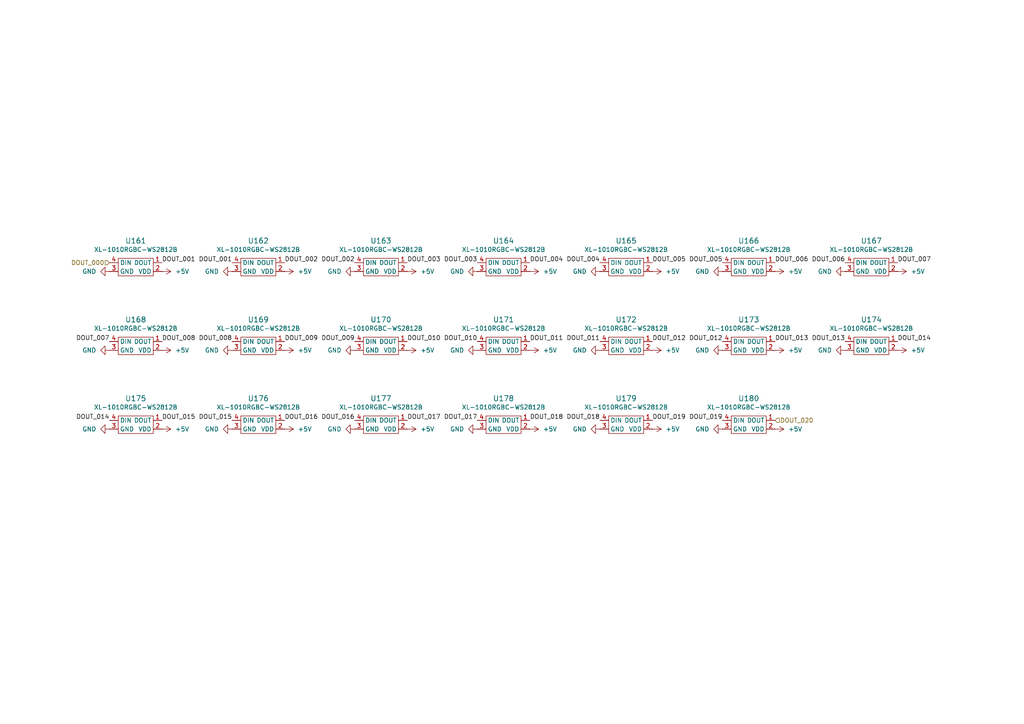
<source format=kicad_sch>
(kicad_sch (version 20250114) (generator "eeschema") (generator_version "9.0")
  (paper "A4")
  (lib_symbols
    (symbol "SK6805-EC10-000:SK6805_EC10-000"
      (property "Reference" "U" (at -2.54 3.556 0))
      (property "Value" "XL-1010RGBC-WS2812B" (at 1.016 -3.81 0))
      (symbol "SK6805_EC10-000_1_1"
        (rectangle (start -5.08 2.54) (end 5.08 -2.54))
        (pin passive line (at -7.62 1.27 0) (length 2.54) (name "DIN") (number "4"))
        (pin passive line (at -7.62 -1.27 0) (length 2.54) (name "GND") (number "3"))
        (pin passive line (at 7.62 1.27 180) (length 2.54) (name "DOUT") (number "1"))
        (pin passive line (at 7.62 -1.27 180) (length 2.54) (name "VDD") (number "2"))
      )
    )
    (symbol "power:+5V" (power) (pin_numbers (hide yes)) (pin_names (offset 0) (hide yes))
      (property "Value" "+5V" (at 0 3.556 0))
      (symbol "+5V_0_1"
        (polyline (pts (xy -0.762 1.27) (xy 0 2.54)))
        (polyline (pts (xy 0 2.54) (xy 0.762 1.27)))
        (polyline (pts (xy 0 0) (xy 0 2.54)))
      )
      (symbol "+5V_1_1"
        (pin power_in line (at 0 0 90) (length 0) (name "~") (number "1"))
      )
    )
    (symbol "power:GND" (power) (pin_numbers (hide yes)) (pin_names (offset 0) (hide yes))
      (property "Value" "GND" (at 0 -3.81 0))
      (symbol "GND_0_1"
        (polyline (pts (xy 0 0) (xy 0 -1.27) (xy 1.27 -1.27) (xy 0 -2.54) (xy -1.27 -1.27) (xy 0 -1.27)))
      )
      (symbol "GND_1_1"
        (pin power_in line (at 0 0 270) (length 0) (name "~") (number "1"))
      )
    )
  )
  (label "DOUT_004" (at 173.99 76.2 180))
  (label "DOUT_014" (at 31.75 121.92 180))
  (label "DOUT_003" (at 138.43 76.2 180))
  (label "DOUT_002" (at 102.87 76.2 180))
  (label "DOUT_010" (at 118.11 99.06 0))
  (label "DOUT_004" (at 153.67 76.2 0))
  (label "DOUT_018" (at 153.67 121.92 0))
  (label "DOUT_001" (at 46.99 76.2 0))
  (label "DOUT_013" (at 245.11 99.06 180))
  (label "DOUT_009" (at 82.55 99.06 0))
  (label "DOUT_019" (at 209.55 121.92 180))
  (label "DOUT_005" (at 209.55 76.2 180))
  (label "DOUT_008" (at 67.31 99.06 180))
  (label "DOUT_002" (at 82.55 76.2 0))
  (label "DOUT_013" (at 224.79 99.06 0))
  (label "DOUT_005" (at 189.23 76.2 0))
  (label "DOUT_007" (at 31.75 99.06 180))
  (label "DOUT_012" (at 209.55 99.06 180))
  (label "DOUT_016" (at 82.55 121.92 0))
  (label "DOUT_001" (at 67.31 76.2 180))
  (label "DOUT_018" (at 173.99 121.92 180))
  (label "DOUT_014" (at 260.35 99.06 0))
  (label "DOUT_003" (at 118.11 76.2 0))
  (label "DOUT_012" (at 189.23 99.06 0))
  (label "DOUT_011" (at 173.99 99.06 180))
  (label "DOUT_017" (at 138.43 121.92 180))
  (label "DOUT_006" (at 245.11 76.2 180))
  (label "DOUT_019" (at 189.23 121.92 0))
  (label "DOUT_008" (at 46.99 99.06 0))
  (label "DOUT_015" (at 67.31 121.92 180))
  (label "DOUT_006" (at 224.79 76.2 0))
  (label "DOUT_010" (at 138.43 99.06 180))
  (label "DOUT_016" (at 102.87 121.92 180))
  (label "DOUT_017" (at 118.11 121.92 0))
  (label "DOUT_011" (at 153.67 99.06 0))
  (label "DOUT_015" (at 46.99 121.92 0))
  (label "DOUT_007" (at 260.35 76.2 0))
  (label "DOUT_009" (at 102.87 99.06 180))
  (hierarchical_label "DOUT_000" (shape input) (at 31.75 76.2 180))
  (hierarchical_label "DOUT_020" (shape input) (at 224.79 121.92 0))
  (symbol (lib_id "power:+5V") (at 189.23 78.74 270) (unit 1)
    (property "Reference" "#PWR698" (effects (hide yes)))
    (property "Value" "+5V" (at 193.04 78.7401 90) (effects (justify left)))
    (property "Description" "Power symbol creates a global label with name \"+5V\"" (effects (hide yes)))
  )
  (symbol (lib_id "SK6805-EC10-000:SK6805_EC10-000") (at 146.05 100.33 0) (unit 1)
    (property "Reference" "U171" (at 146.05 92.71 0) (effects (font (size 1.524 1.524))))
    (property "Value" "XL-1010RGBC-WS2812B" (at 146.05 95.25 0))
    (property "Footprint" "SK6805-EC10-000:SMD-4P,1.1x1.1mm" (effects (hide yes)))
    (property "Datasheet" "4492" (effects (hide yes)))
    (property "LCSC" "C5349953" (effects (hide yes)))
  )
  (symbol (lib_id "power:+5V") (at 153.67 78.74 270) (unit 1)
    (property "Reference" "#PWR686" (effects (hide yes)))
    (property "Value" "+5V" (at 157.48 78.7401 90) (effects (justify left)))
    (property "Description" "Power symbol creates a global label with name \"+5V\"" (effects (hide yes)))
  )
  (symbol (lib_id "power:+5V") (at 82.55 78.74 270) (unit 1)
    (property "Reference" "#PWR662" (effects (hide yes)))
    (property "Value" "+5V" (at 86.36 78.7401 90) (effects (justify left)))
    (property "Description" "Power symbol creates a global label with name \"+5V\"" (effects (hide yes)))
  )
  (symbol (lib_id "power:GND") (at 138.43 124.46 270) (unit 1)
    (property "Reference" "#PWR679" (effects (hide yes)))
    (property "Value" "GND" (at 134.62 124.4599 90) (effects (justify right)))
    (property "Description" "Power symbol creates a global label with name \"GND\" , ground" (effects (hide yes)))
  )
  (symbol (lib_id "power:+5V") (at 153.67 124.46 270) (unit 1)
    (property "Reference" "#PWR688" (effects (hide yes)))
    (property "Value" "+5V" (at 157.48 124.4601 90) (effects (justify left)))
    (property "Description" "Power symbol creates a global label with name \"+5V\"" (effects (hide yes)))
  )
  (symbol (lib_id "SK6805-EC10-000:SK6805_EC10-000") (at 74.93 123.19 0) (unit 1)
    (property "Reference" "U176" (at 74.93 115.57 0) (effects (font (size 1.524 1.524))))
    (property "Value" "XL-1010RGBC-WS2812B" (at 74.93 118.11 0))
    (property "Footprint" "SK6805-EC10-000:SMD-4P,1.1x1.1mm" (effects (hide yes)))
    (property "Datasheet" "4492" (effects (hide yes)))
    (property "LCSC" "C5349953" (effects (hide yes)))
  )
  (symbol (lib_id "power:+5V") (at 224.79 78.74 270) (unit 1)
    (property "Reference" "#PWR710" (effects (hide yes)))
    (property "Value" "+5V" (at 228.6 78.7401 90) (effects (justify left)))
    (property "Description" "Power symbol creates a global label with name \"+5V\"" (effects (hide yes)))
  )
  (symbol (lib_id "power:GND") (at 245.11 78.74 270) (unit 1)
    (property "Reference" "#PWR713" (effects (hide yes)))
    (property "Value" "GND" (at 241.3 78.7399 90) (effects (justify right)))
    (property "Description" "Power symbol creates a global label with name \"GND\" , ground" (effects (hide yes)))
  )
  (symbol (lib_id "power:GND") (at 209.55 78.74 270) (unit 1)
    (property "Reference" "#PWR701" (effects (hide yes)))
    (property "Value" "GND" (at 205.74 78.7399 90) (effects (justify right)))
    (property "Description" "Power symbol creates a global label with name \"GND\" , ground" (effects (hide yes)))
  )
  (symbol (lib_id "power:GND") (at 209.55 124.46 270) (unit 1)
    (property "Reference" "#PWR703" (effects (hide yes)))
    (property "Value" "GND" (at 205.74 124.4599 90) (effects (justify right)))
    (property "Description" "Power symbol creates a global label with name \"GND\" , ground" (effects (hide yes)))
  )
  (symbol (lib_id "SK6805-EC10-000:SK6805_EC10-000") (at 217.17 77.47 0) (unit 1)
    (property "Reference" "U166" (at 217.17 69.85 0) (effects (font (size 1.524 1.524))))
    (property "Value" "XL-1010RGBC-WS2812B" (at 217.17 72.39 0))
    (property "Footprint" "SK6805-EC10-000:SMD-4P,1.1x1.1mm" (effects (hide yes)))
    (property "Datasheet" "4492" (effects (hide yes)))
    (property "LCSC" "C5349953" (effects (hide yes)))
  )
  (symbol (lib_id "power:+5V") (at 260.35 78.74 270) (unit 1)
    (property "Reference" "#PWR719" (effects (hide yes)))
    (property "Value" "+5V" (at 264.16 78.7401 90) (effects (justify left)))
    (property "Description" "Power symbol creates a global label with name \"+5V\"" (effects (hide yes)))
  )
  (symbol (lib_id "SK6805-EC10-000:SK6805_EC10-000") (at 110.49 100.33 0) (unit 1)
    (property "Reference" "U170" (at 110.49 92.71 0) (effects (font (size 1.524 1.524))))
    (property "Value" "XL-1010RGBC-WS2812B" (at 110.49 95.25 0))
    (property "Footprint" "SK6805-EC10-000:SMD-4P,1.1x1.1mm" (effects (hide yes)))
    (property "Datasheet" "4492" (effects (hide yes)))
    (property "LCSC" "C5349953" (effects (hide yes)))
  )
  (symbol (lib_id "power:+5V") (at 46.99 124.46 270) (unit 1)
    (property "Reference" "#PWR652" (effects (hide yes)))
    (property "Value" "+5V" (at 50.8 124.4601 90) (effects (justify left)))
    (property "Description" "Power symbol creates a global label with name \"+5V\"" (effects (hide yes)))
  )
  (symbol (lib_id "power:GND") (at 31.75 101.6 270) (unit 1)
    (property "Reference" "#PWR642" (effects (hide yes)))
    (property "Value" "GND" (at 27.94 101.5999 90) (effects (justify right)))
    (property "Description" "Power symbol creates a global label with name \"GND\" , ground" (effects (hide yes)))
  )
  (symbol (lib_id "power:GND") (at 173.99 101.6 270) (unit 1)
    (property "Reference" "#PWR690" (effects (hide yes)))
    (property "Value" "GND" (at 170.18 101.5999 90) (effects (justify right)))
    (property "Description" "Power symbol creates a global label with name \"GND\" , ground" (effects (hide yes)))
  )
  (symbol (lib_id "power:GND") (at 102.87 124.46 270) (unit 1)
    (property "Reference" "#PWR667" (effects (hide yes)))
    (property "Value" "GND" (at 99.06 124.4599 90) (effects (justify right)))
    (property "Description" "Power symbol creates a global label with name \"GND\" , ground" (effects (hide yes)))
  )
  (symbol (lib_id "power:GND") (at 67.31 124.46 270) (unit 1)
    (property "Reference" "#PWR655" (effects (hide yes)))
    (property "Value" "GND" (at 63.5 124.4599 90) (effects (justify right)))
    (property "Description" "Power symbol creates a global label with name \"GND\" , ground" (effects (hide yes)))
  )
  (symbol (lib_id "SK6805-EC10-000:SK6805_EC10-000") (at 252.73 77.47 0) (unit 1)
    (property "Reference" "U167" (at 252.73 69.85 0) (effects (font (size 1.524 1.524))))
    (property "Value" "XL-1010RGBC-WS2812B" (at 252.73 72.39 0))
    (property "Footprint" "SK6805-EC10-000:SMD-4P,1.1x1.1mm" (effects (hide yes)))
    (property "Datasheet" "4492" (effects (hide yes)))
    (property "LCSC" "C5349953" (effects (hide yes)))
  )
  (symbol (lib_id "power:+5V") (at 260.35 101.6 270) (unit 1)
    (property "Reference" "#PWR720" (effects (hide yes)))
    (property "Value" "+5V" (at 264.16 101.6001 90) (effects (justify left)))
    (property "Description" "Power symbol creates a global label with name \"+5V\"" (effects (hide yes)))
  )
  (symbol (lib_id "SK6805-EC10-000:SK6805_EC10-000") (at 181.61 123.19 0) (unit 1)
    (property "Reference" "U179" (at 181.61 115.57 0) (effects (font (size 1.524 1.524))))
    (property "Value" "XL-1010RGBC-WS2812B" (at 181.61 118.11 0))
    (property "Footprint" "SK6805-EC10-000:SMD-4P,1.1x1.1mm" (effects (hide yes)))
    (property "Datasheet" "4492" (effects (hide yes)))
    (property "LCSC" "C5349953" (effects (hide yes)))
  )
  (symbol (lib_id "SK6805-EC10-000:SK6805_EC10-000") (at 217.17 100.33 0) (unit 1)
    (property "Reference" "U173" (at 217.17 92.71 0) (effects (font (size 1.524 1.524))))
    (property "Value" "XL-1010RGBC-WS2812B" (at 217.17 95.25 0))
    (property "Footprint" "SK6805-EC10-000:SMD-4P,1.1x1.1mm" (effects (hide yes)))
    (property "Datasheet" "4492" (effects (hide yes)))
    (property "LCSC" "C5349953" (effects (hide yes)))
  )
  (symbol (lib_id "SK6805-EC10-000:SK6805_EC10-000") (at 39.37 123.19 0) (unit 1)
    (property "Reference" "U175" (at 39.37 115.57 0) (effects (font (size 1.524 1.524))))
    (property "Value" "XL-1010RGBC-WS2812B" (at 39.37 118.11 0))
    (property "Footprint" "SK6805-EC10-000:SMD-4P,1.1x1.1mm" (effects (hide yes)))
    (property "Datasheet" "4492" (effects (hide yes)))
    (property "LCSC" "C5349953" (effects (hide yes)))
  )
  (symbol (lib_id "power:GND") (at 245.11 101.6 270) (unit 1)
    (property "Reference" "#PWR714" (effects (hide yes)))
    (property "Value" "GND" (at 241.3 101.5999 90) (effects (justify right)))
    (property "Description" "Power symbol creates a global label with name \"GND\" , ground" (effects (hide yes)))
  )
  (symbol (lib_id "power:+5V") (at 189.23 101.6 270) (unit 1)
    (property "Reference" "#PWR699" (effects (hide yes)))
    (property "Value" "+5V" (at 193.04 101.6001 90) (effects (justify left)))
    (property "Description" "Power symbol creates a global label with name \"+5V\"" (effects (hide yes)))
  )
  (symbol (lib_id "SK6805-EC10-000:SK6805_EC10-000") (at 217.17 123.19 0) (unit 1)
    (property "Reference" "U180" (at 217.17 115.57 0) (effects (font (size 1.524 1.524))))
    (property "Value" "XL-1010RGBC-WS2812B" (at 217.17 118.11 0))
    (property "Footprint" "SK6805-EC10-000:SMD-4P,1.1x1.1mm" (effects (hide yes)))
    (property "Datasheet" "4492" (effects (hide yes)))
    (property "LCSC" "C5349953" (effects (hide yes)))
  )
  (symbol (lib_id "power:+5V") (at 46.99 78.74 270) (unit 1)
    (property "Reference" "#PWR650" (effects (hide yes)))
    (property "Value" "+5V" (at 50.8 78.7401 90) (effects (justify left)))
    (property "Description" "Power symbol creates a global label with name \"+5V\"" (effects (hide yes)))
  )
  (symbol (lib_id "SK6805-EC10-000:SK6805_EC10-000") (at 74.93 100.33 0) (unit 1)
    (property "Reference" "U169" (at 74.93 92.71 0) (effects (font (size 1.524 1.524))))
    (property "Value" "XL-1010RGBC-WS2812B" (at 74.93 95.25 0))
    (property "Footprint" "SK6805-EC10-000:SMD-4P,1.1x1.1mm" (effects (hide yes)))
    (property "Datasheet" "4492" (effects (hide yes)))
    (property "LCSC" "C5349953" (effects (hide yes)))
  )
  (symbol (lib_id "SK6805-EC10-000:SK6805_EC10-000") (at 146.05 123.19 0) (unit 1)
    (property "Reference" "U178" (at 146.05 115.57 0) (effects (font (size 1.524 1.524))))
    (property "Value" "XL-1010RGBC-WS2812B" (at 146.05 118.11 0))
    (property "Footprint" "SK6805-EC10-000:SMD-4P,1.1x1.1mm" (effects (hide yes)))
    (property "Datasheet" "4492" (effects (hide yes)))
    (property "LCSC" "C5349953" (effects (hide yes)))
  )
  (symbol (lib_id "power:+5V") (at 118.11 101.6 270) (unit 1)
    (property "Reference" "#PWR675" (effects (hide yes)))
    (property "Value" "+5V" (at 121.92 101.6001 90) (effects (justify left)))
    (property "Description" "Power symbol creates a global label with name \"+5V\"" (effects (hide yes)))
  )
  (symbol (lib_id "SK6805-EC10-000:SK6805_EC10-000") (at 39.37 100.33 0) (unit 1)
    (property "Reference" "U168" (at 39.37 92.71 0) (effects (font (size 1.524 1.524))))
    (property "Value" "XL-1010RGBC-WS2812B" (at 39.37 95.25 0))
    (property "Footprint" "SK6805-EC10-000:SMD-4P,1.1x1.1mm" (effects (hide yes)))
    (property "Datasheet" "4492" (effects (hide yes)))
    (property "LCSC" "C5349953" (effects (hide yes)))
  )
  (symbol (lib_id "SK6805-EC10-000:SK6805_EC10-000") (at 181.61 77.47 0) (unit 1)
    (property "Reference" "U165" (at 181.61 69.85 0) (effects (font (size 1.524 1.524))))
    (property "Value" "XL-1010RGBC-WS2812B" (at 181.61 72.39 0))
    (property "Footprint" "SK6805-EC10-000:SMD-4P,1.1x1.1mm" (effects (hide yes)))
    (property "Datasheet" "4492" (effects (hide yes)))
    (property "LCSC" "C5349953" (effects (hide yes)))
  )
  (symbol (lib_id "power:GND") (at 67.31 78.74 270) (unit 1)
    (property "Reference" "#PWR653" (effects (hide yes)))
    (property "Value" "GND" (at 63.5 78.7399 90) (effects (justify right)))
    (property "Description" "Power symbol creates a global label with name \"GND\" , ground" (effects (hide yes)))
  )
  (symbol (lib_id "power:GND") (at 31.75 124.46 270) (unit 1)
    (property "Reference" "#PWR643" (effects (hide yes)))
    (property "Value" "GND" (at 27.94 124.4599 90) (effects (justify right)))
    (property "Description" "Power symbol creates a global label with name \"GND\" , ground" (effects (hide yes)))
  )
  (symbol (lib_id "power:GND") (at 31.75 78.74 270) (unit 1)
    (property "Reference" "#PWR641" (effects (hide yes)))
    (property "Value" "GND" (at 27.94 78.7399 90) (effects (justify right)))
    (property "Description" "Power symbol creates a global label with name \"GND\" , ground" (effects (hide yes)))
  )
  (symbol (lib_id "SK6805-EC10-000:SK6805_EC10-000") (at 252.73 100.33 0) (unit 1)
    (property "Reference" "U174" (at 252.73 92.71 0) (effects (font (size 1.524 1.524))))
    (property "Value" "XL-1010RGBC-WS2812B" (at 252.73 95.25 0))
    (property "Footprint" "SK6805-EC10-000:SMD-4P,1.1x1.1mm" (effects (hide yes)))
    (property "Datasheet" "4492" (effects (hide yes)))
    (property "LCSC" "C5349953" (effects (hide yes)))
  )
  (symbol (lib_id "power:+5V") (at 224.79 124.46 270) (unit 1)
    (property "Reference" "#PWR712" (effects (hide yes)))
    (property "Value" "+5V" (at 228.6 124.4601 90) (effects (justify left)))
    (property "Description" "Power symbol creates a global label with name \"+5V\"" (effects (hide yes)))
  )
  (symbol (lib_id "power:+5V") (at 224.79 101.6 270) (unit 1)
    (property "Reference" "#PWR711" (effects (hide yes)))
    (property "Value" "+5V" (at 228.6 101.6001 90) (effects (justify left)))
    (property "Description" "Power symbol creates a global label with name \"+5V\"" (effects (hide yes)))
  )
  (symbol (lib_id "power:GND") (at 102.87 78.74 270) (unit 1)
    (property "Reference" "#PWR665" (effects (hide yes)))
    (property "Value" "GND" (at 99.06 78.7399 90) (effects (justify right)))
    (property "Description" "Power symbol creates a global label with name \"GND\" , ground" (effects (hide yes)))
  )
  (symbol (lib_id "power:GND") (at 173.99 78.74 270) (unit 1)
    (property "Reference" "#PWR689" (effects (hide yes)))
    (property "Value" "GND" (at 170.18 78.7399 90) (effects (justify right)))
    (property "Description" "Power symbol creates a global label with name \"GND\" , ground" (effects (hide yes)))
  )
  (symbol (lib_id "SK6805-EC10-000:SK6805_EC10-000") (at 39.37 77.47 0) (unit 1)
    (property "Reference" "U161" (at 39.37 69.85 0) (effects (font (size 1.524 1.524))))
    (property "Value" "XL-1010RGBC-WS2812B" (at 39.37 72.39 0))
    (property "Footprint" "SK6805-EC10-000:SMD-4P,1.1x1.1mm" (effects (hide yes)))
    (property "Datasheet" "4492" (effects (hide yes)))
    (property "LCSC" "C5349953" (effects (hide yes)))
  )
  (symbol (lib_id "SK6805-EC10-000:SK6805_EC10-000") (at 74.93 77.47 0) (unit 1)
    (property "Reference" "U162" (at 74.93 69.85 0) (effects (font (size 1.524 1.524))))
    (property "Value" "XL-1010RGBC-WS2812B" (at 74.93 72.39 0))
    (property "Footprint" "SK6805-EC10-000:SMD-4P,1.1x1.1mm" (effects (hide yes)))
    (property "Datasheet" "4492" (effects (hide yes)))
    (property "LCSC" "C5349953" (effects (hide yes)))
  )
  (symbol (lib_id "power:GND") (at 102.87 101.6 270) (unit 1)
    (property "Reference" "#PWR666" (effects (hide yes)))
    (property "Value" "GND" (at 99.06 101.5999 90) (effects (justify right)))
    (property "Description" "Power symbol creates a global label with name \"GND\" , ground" (effects (hide yes)))
  )
  (symbol (lib_id "power:+5V") (at 118.11 124.46 270) (unit 1)
    (property "Reference" "#PWR676" (effects (hide yes)))
    (property "Value" "+5V" (at 121.92 124.4601 90) (effects (justify left)))
    (property "Description" "Power symbol creates a global label with name \"+5V\"" (effects (hide yes)))
  )
  (symbol (lib_id "power:+5V") (at 189.23 124.46 270) (unit 1)
    (property "Reference" "#PWR700" (effects (hide yes)))
    (property "Value" "+5V" (at 193.04 124.4601 90) (effects (justify left)))
    (property "Description" "Power symbol creates a global label with name \"+5V\"" (effects (hide yes)))
  )
  (symbol (lib_id "SK6805-EC10-000:SK6805_EC10-000") (at 181.61 100.33 0) (unit 1)
    (property "Reference" "U172" (at 181.61 92.71 0) (effects (font (size 1.524 1.524))))
    (property "Value" "XL-1010RGBC-WS2812B" (at 181.61 95.25 0))
    (property "Footprint" "SK6805-EC10-000:SMD-4P,1.1x1.1mm" (effects (hide yes)))
    (property "Datasheet" "4492" (effects (hide yes)))
    (property "LCSC" "C5349953" (effects (hide yes)))
  )
  (symbol (lib_id "power:+5V") (at 153.67 101.6 270) (unit 1)
    (property "Reference" "#PWR687" (effects (hide yes)))
    (property "Value" "+5V" (at 157.48 101.6001 90) (effects (justify left)))
    (property "Description" "Power symbol creates a global label with name \"+5V\"" (effects (hide yes)))
  )
  (symbol (lib_id "power:+5V") (at 118.11 78.74 270) (unit 1)
    (property "Reference" "#PWR674" (effects (hide yes)))
    (property "Value" "+5V" (at 121.92 78.7401 90) (effects (justify left)))
    (property "Description" "Power symbol creates a global label with name \"+5V\"" (effects (hide yes)))
  )
  (symbol (lib_id "power:GND") (at 173.99 124.46 270) (unit 1)
    (property "Reference" "#PWR691" (effects (hide yes)))
    (property "Value" "GND" (at 170.18 124.4599 90) (effects (justify right)))
    (property "Description" "Power symbol creates a global label with name \"GND\" , ground" (effects (hide yes)))
  )
  (symbol (lib_id "power:+5V") (at 46.99 101.6 270) (unit 1)
    (property "Reference" "#PWR651" (effects (hide yes)))
    (property "Value" "+5V" (at 50.8 101.6001 90) (effects (justify left)))
    (property "Description" "Power symbol creates a global label with name \"+5V\"" (effects (hide yes)))
  )
  (symbol (lib_id "power:GND") (at 138.43 101.6 270) (unit 1)
    (property "Reference" "#PWR678" (effects (hide yes)))
    (property "Value" "GND" (at 134.62 101.5999 90) (effects (justify right)))
    (property "Description" "Power symbol creates a global label with name \"GND\" , ground" (effects (hide yes)))
  )
  (symbol (lib_id "SK6805-EC10-000:SK6805_EC10-000") (at 110.49 123.19 0) (unit 1)
    (property "Reference" "U177" (at 110.49 115.57 0) (effects (font (size 1.524 1.524))))
    (property "Value" "XL-1010RGBC-WS2812B" (at 110.49 118.11 0))
    (property "Footprint" "SK6805-EC10-000:SMD-4P,1.1x1.1mm" (effects (hide yes)))
    (property "Datasheet" "4492" (effects (hide yes)))
    (property "LCSC" "C5349953" (effects (hide yes)))
  )
  (symbol (lib_id "power:GND") (at 138.43 78.74 270) (unit 1)
    (property "Reference" "#PWR677" (effects (hide yes)))
    (property "Value" "GND" (at 134.62 78.7399 90) (effects (justify right)))
    (property "Description" "Power symbol creates a global label with name \"GND\" , ground" (effects (hide yes)))
  )
  (symbol (lib_id "SK6805-EC10-000:SK6805_EC10-000") (at 110.49 77.47 0) (unit 1)
    (property "Reference" "U163" (at 110.49 69.85 0) (effects (font (size 1.524 1.524))))
    (property "Value" "XL-1010RGBC-WS2812B" (at 110.49 72.39 0))
    (property "Footprint" "SK6805-EC10-000:SMD-4P,1.1x1.1mm" (effects (hide yes)))
    (property "Datasheet" "4492" (effects (hide yes)))
    (property "LCSC" "C5349953" (effects (hide yes)))
  )
  (symbol (lib_id "power:+5V") (at 82.55 101.6 270) (unit 1)
    (property "Reference" "#PWR663" (effects (hide yes)))
    (property "Value" "+5V" (at 86.36 101.6001 90) (effects (justify left)))
    (property "Description" "Power symbol creates a global label with name \"+5V\"" (effects (hide yes)))
  )
  (symbol (lib_id "power:GND") (at 67.31 101.6 270) (unit 1)
    (property "Reference" "#PWR654" (effects (hide yes)))
    (property "Value" "GND" (at 63.5 101.5999 90) (effects (justify right)))
    (property "Description" "Power symbol creates a global label with name \"GND\" , ground" (effects (hide yes)))
  )
  (symbol (lib_id "power:+5V") (at 82.55 124.46 270) (unit 1)
    (property "Reference" "#PWR664" (effects (hide yes)))
    (property "Value" "+5V" (at 86.36 124.4601 90) (effects (justify left)))
    (property "Description" "Power symbol creates a global label with name \"+5V\"" (effects (hide yes)))
  )
  (symbol (lib_id "power:GND") (at 209.55 101.6 270) (unit 1)
    (property "Reference" "#PWR702" (effects (hide yes)))
    (property "Value" "GND" (at 205.74 101.5999 90) (effects (justify right)))
    (property "Description" "Power symbol creates a global label with name \"GND\" , ground" (effects (hide yes)))
  )
  (symbol (lib_id "SK6805-EC10-000:SK6805_EC10-000") (at 146.05 77.47 0) (unit 1)
    (property "Reference" "U164" (at 146.05 69.85 0) (effects (font (size 1.524 1.524))))
    (property "Value" "XL-1010RGBC-WS2812B" (at 146.05 72.39 0))
    (property "Footprint" "SK6805-EC10-000:SMD-4P,1.1x1.1mm" (effects (hide yes)))
    (property "Datasheet" "4492" (effects (hide yes)))
    (property "LCSC" "C5349953" (effects (hide yes)))
  )
)
</source>
